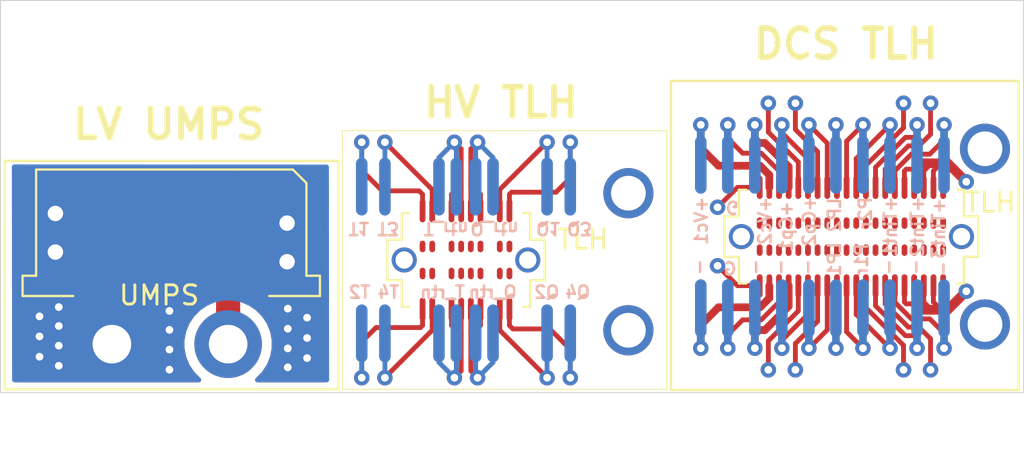
<source format=kicad_pcb>
(kicad_pcb (version 20171130) (host pcbnew "(5.1.4)-1")
  (title_block (title "Type-1 Termination Boards Final") (date 1/15/21) (rev v3) (company SCIPP) (comment 1 "Designed by Noah Peake"))
  (layers (0 F.Cu mixed) (1 InF.Cu power) (2 InB.Cu power) (31 B.Cu mixed) (34 B.Paste user) (35 F.Paste user) (36 B.SilkS user) (37 F.SilkS user) (38 B.Mask user) (39 F.Mask user) (44 Edge.Cuts user))
  (net 0 "")
  (net 1 GND)
  (net 2 /LV)
  (net 3 /return)
  (module SCIPP_Connectors:PEEK_screw (layer F.Cu) (at 47.93 25.27 90)
    (fp_text reference J20 hide)
    (fp_text value PEEK_screw hide)
    (pad 1 thru_hole circle (at 0 0 90) (size 2.6 2.6) (drill 1.8) (layers *.Cu *.Mask))
  )
  (module SCIPP_Connectors:19-1_TLH_HV (layer F.Cu) (at 39.52 28.73)
    (fp_text reference J11)
    (fp_text value TLH (at 6.06 -1.06) (layer F.SilkS))
    (fp_line (start -3.325 -2.425) (end -2.95 -2.425) (layer F.SilkS) (width 0.12))
    (fp_line (start -3.3 2.425) (end -3.325 2.425) (layer F.SilkS) (width 0.12))
    (fp_line (start 3.325 -2.425) (end 3.325 -1.05) (layer F.SilkS) (width 0.12))
    (fp_line (start 3.3 -2.425) (end 3.325 -2.425) (layer F.SilkS) (width 0.12))
    (fp_line (start 3.325 -1.05) (end 4.075 -1.05) (layer F.SilkS) (width 0.12))
    (fp_line (start -4.075 -1.05) (end -3.325 -1.05) (layer F.SilkS) (width 0.12))
    (fp_line (start 4.075 -1.05) (end 4.075 1.05) (layer F.SilkS) (width 0.12))
    (fp_line (start 3.325 1.05) (end 3.325 2.425) (layer F.SilkS) (width 0.12))
    (fp_line (start -3.325 1.05) (end -4.075 1.05) (layer F.SilkS) (width 0.12))
    (fp_line (start -3.325 2.425) (end -3.325 1.05) (layer F.SilkS) (width 0.12))
    (fp_line (start 3.325 2.425) (end 2.95 2.425) (layer F.SilkS) (width 0.12))
    (fp_line (start 2.95 -2.425) (end 3.3 -2.425) (layer F.SilkS) (width 0.12))
    (fp_line (start 4.075 1.05) (end 3.325 1.05) (layer F.SilkS) (width 0.12))
    (fp_line (start -4.075 1.05) (end -4.075 -1.05) (layer F.SilkS) (width 0.12))
    (fp_line (start -2.95 2.425) (end -3.3 2.425) (layer F.SilkS) (width 0.12))
    (fp_line (start -3.325 -1.05) (end -3.325 -2.425) (layer F.SilkS) (width 0.12))
    (pad 20 smd oval (at 2.25 2.55) (size 0.3 1.2) (layers F.Cu F.Paste F.Mask))
    (pad 19 smd oval (at 2.25 -2.55) (size 0.3 1.2) (layers F.Cu F.Paste F.Mask))
    (pad 18 smd oval (at 1.75 2.55) (size 0.3 1.2) (layers F.Cu F.Paste F.Mask))
    (pad 17 smd oval (at 1.75 -2.55) (size 0.3 1.2) (layers F.Cu F.Paste F.Mask))
    (pad 14 smd oval (at 0.75 2.55) (size 0.3 1.2) (layers F.Cu F.Paste F.Mask))
    (pad 13 smd oval (at 0.75 -2.55) (size 0.3 1.2) (layers F.Cu F.Paste F.Mask))
    (pad 12 smd oval (at 0.25 2.55) (size 0.3 1.2) (layers F.Cu F.Paste F.Mask))
    (pad 11 smd oval (at 0.25 -2.55) (size 0.3 1.2) (layers F.Cu F.Paste F.Mask))
    (pad 10 smd oval (at -0.25 2.55) (size 0.3 1.2) (layers F.Cu F.Paste F.Mask))
    (pad 9 smd oval (at -0.25 -2.55) (size 0.3 1.2) (layers F.Cu F.Paste F.Mask))
    (pad 8 smd oval (at -0.75 2.55) (size 0.3 1.2) (layers F.Cu F.Paste F.Mask))
    (pad 7 smd oval (at -0.75 -2.55) (size 0.3 1.2) (layers F.Cu F.Paste F.Mask))
    (pad 4 smd oval (at -1.75 2.55) (size 0.3 1.2) (layers F.Cu F.Paste F.Mask))
    (pad 3 smd oval (at -1.75 -2.55) (size 0.3 1.2) (layers F.Cu F.Paste F.Mask))
    (pad 2 smd oval (at -2.25 2.55) (size 0.3 1.2) (layers F.Cu F.Paste F.Mask))
    (pad 20 smd oval (at 2.25 0.7) (size 0.3 0.6) (layers F.Cu F.Paste F.Mask))
    (pad 19 smd oval (at 2.25 -0.7) (size 0.3 0.6) (layers F.Cu F.Paste F.Mask))
    (pad 18 smd oval (at 1.75 0.7) (size 0.3 0.6) (layers F.Cu F.Paste F.Mask))
    (pad 17 smd oval (at 1.75 -0.7) (size 0.3 0.6) (layers F.Cu F.Paste F.Mask))
    (pad 14 smd oval (at 0.75 0.7) (size 0.3 0.6) (layers F.Cu F.Paste F.Mask))
    (pad 13 smd oval (at 0.75 -0.7) (size 0.3 0.6) (layers F.Cu F.Paste F.Mask))
    (pad 12 smd oval (at 0.25 0.7) (size 0.3 0.6) (layers F.Cu F.Paste F.Mask))
    (pad 11 smd oval (at 0.25 -0.7) (size 0.3 0.6) (layers F.Cu F.Paste F.Mask))
    (pad 10 smd oval (at -0.25 0.7) (size 0.3 0.6) (layers F.Cu F.Paste F.Mask))
    (pad 9 smd oval (at -0.25 -0.7) (size 0.3 0.6) (layers F.Cu F.Paste F.Mask))
    (pad 8 smd oval (at -0.75 0.7) (size 0.3 0.6) (layers F.Cu F.Paste F.Mask))
    (pad 7 smd oval (at -0.75 -0.7) (size 0.3 0.6) (layers F.Cu F.Paste F.Mask))
    (pad 4 smd oval (at -1.75 0.7) (size 0.3 0.6) (layers F.Cu F.Paste F.Mask))
    (pad 3 smd oval (at -1.75 -0.7) (size 0.3 0.6) (layers F.Cu F.Paste F.Mask))
    (pad 2 smd oval (at -2.25 0.7) (size 0.3 0.6) (layers F.Cu F.Paste F.Mask))
    (pad 1 smd oval (at -2.25 -0.7) (size 0.3 0.6) (layers F.Cu F.Paste F.Mask))
    (pad 21 thru_hole circle (at -3.2 0) (size 1.3 1.3) (drill 0.9) (layers *.Cu *.Mask))
    (pad 1 smd oval (at -2.25 -2.55) (size 0.3 1.2) (layers F.Cu F.Paste F.Mask))
    (pad 22 thru_hole circle (at 3.2 0) (size 1.3 1.3) (drill 0.9) (layers *.Cu *.Mask))
  )
  (module "SCIPP_Connectors:TLH 20 Pin" (layer F.Cu) (at 59.48 27.52)
    (fp_text reference J12)
    (fp_text value TLH (at 7.2 -1.77) (layer F.SilkS))
    (fp_line (start -5.7985 2.424999) (end -5.8235 2.424999) (layer F.SilkS) (width 0.12))
    (fp_line (start -5.8235 -2.425001) (end -5.4485 -2.425001) (layer F.SilkS) (width 0.12))
    (fp_line (start -5.8235 -1.050001) (end -5.8235 -2.425001) (layer F.SilkS) (width 0.12))
    (fp_line (start -6.5735 -1.050001) (end -5.8235 -1.050001) (layer F.SilkS) (width 0.12))
    (fp_line (start -5.4485 2.424999) (end -5.7985 2.424999) (layer F.SilkS) (width 0.12))
    (fp_line (start -5.8235 2.424999) (end -5.8235 1.049999) (layer F.SilkS) (width 0.12))
    (fp_line (start -6.5735 1.049999) (end -6.5735 -1.050001) (layer F.SilkS) (width 0.12))
    (fp_line (start -5.8235 1.049999) (end -6.5735 1.049999) (layer F.SilkS) (width 0.12))
    (fp_line (start 5.8265 -2.425001) (end 5.8265 -1.050001) (layer F.SilkS) (width 0.12))
    (fp_line (start 5.8015 -2.425001) (end 5.8265 -2.425001) (layer F.SilkS) (width 0.12))
    (fp_line (start 5.4515 -2.425001) (end 5.8015 -2.425001) (layer F.SilkS) (width 0.12))
    (fp_line (start 6.5765 1.049999) (end 5.8265 1.049999) (layer F.SilkS) (width 0.12))
    (fp_line (start 5.8265 -1.050001) (end 6.5765 -1.050001) (layer F.SilkS) (width 0.12))
    (fp_line (start 6.5765 -1.050001) (end 6.5765 1.049999) (layer F.SilkS) (width 0.12))
    (fp_line (start 5.8265 1.049999) (end 5.8265 2.424999) (layer F.SilkS) (width 0.12))
    (fp_line (start 5.8265 2.424999) (end 5.4515 2.424999) (layer F.SilkS) (width 0.12))
    (pad 1 smd oval (at -4.7485 -0.700001) (size 0.3 0.6) (layers F.Cu F.Paste F.Mask))
    (pad 41 thru_hole circle (at -5.6985 -0.000001) (size 1.3 1.3) (drill 0.9) (layers *.Cu *.Mask) (net 1 GND))
    (pad 1 smd oval (at -4.7485 -2.550001) (size 0.3 1.2) (layers F.Cu F.Paste F.Mask) (net 1 GND))
    (pad 42 thru_hole circle (at 5.7015 -0.000001) (size 1.3 1.3) (drill 0.9) (layers *.Cu *.Mask) (net 1 GND))
    (pad 2 smd oval (at -4.7485 2.549999) (size 0.3 1.2) (layers F.Cu F.Paste F.Mask) (net 1 GND))
    (pad 3 smd oval (at -4.2485 -2.550001) (size 0.3 1.2) (layers F.Cu F.Paste F.Mask))
    (pad 4 smd oval (at -4.2485 2.549999) (size 0.3 1.2) (layers F.Cu F.Paste F.Mask))
    (pad 5 smd oval (at -3.7485 -2.550001) (size 0.3 1.2) (layers F.Cu F.Paste F.Mask) (net 1 GND))
    (pad 6 smd oval (at -3.7485 2.549999) (size 0.3 1.2) (layers F.Cu F.Paste F.Mask) (net 1 GND))
    (pad 7 smd oval (at -3.2485 -2.550001) (size 0.3 1.2) (layers F.Cu F.Paste F.Mask))
    (pad 8 smd oval (at -3.2485 2.549999) (size 0.3 1.2) (layers F.Cu F.Paste F.Mask))
    (pad 9 smd oval (at -2.7485 -2.550001) (size 0.3 1.2) (layers F.Cu F.Paste F.Mask) (net 1 GND))
    (pad 10 smd oval (at -2.7485 2.549999) (size 0.3 1.2) (layers F.Cu F.Paste F.Mask) (net 1 GND))
    (pad 11 smd oval (at -2.2485 -2.550001) (size 0.3 1.2) (layers F.Cu F.Paste F.Mask))
    (pad 12 smd oval (at -2.2485 2.549999) (size 0.3 1.2) (layers F.Cu F.Paste F.Mask))
    (pad 13 smd oval (at -1.7485 -2.550001) (size 0.3 1.2) (layers F.Cu F.Paste F.Mask) (net 1 GND))
    (pad 14 smd oval (at -1.7485 2.549999) (size 0.3 1.2) (layers F.Cu F.Paste F.Mask) (net 1 GND))
    (pad 15 smd oval (at -1.2485 -2.550001) (size 0.3 1.2) (layers F.Cu F.Paste F.Mask))
    (pad 16 smd oval (at -1.2485 2.549999) (size 0.3 1.2) (layers F.Cu F.Paste F.Mask))
    (pad 17 smd oval (at -0.7485 -2.550001) (size 0.3 1.2) (layers F.Cu F.Paste F.Mask))
    (pad 18 smd oval (at -0.7485 2.549999) (size 0.3 1.2) (layers F.Cu F.Paste F.Mask))
    (pad 19 smd oval (at -0.2485 -2.550001) (size 0.3 1.2) (layers F.Cu F.Paste F.Mask) (net 1 GND))
    (pad 20 smd oval (at -0.2485 2.549999) (size 0.3 1.2) (layers F.Cu F.Paste F.Mask) (net 1 GND))
    (pad 21 smd oval (at 0.2515 -2.550001) (size 0.3 1.2) (layers F.Cu F.Paste F.Mask))
    (pad 22 smd oval (at 0.2515 2.549999) (size 0.3 1.2) (layers F.Cu F.Paste F.Mask))
    (pad 23 smd oval (at 0.7515 -2.550001) (size 0.3 1.2) (layers F.Cu F.Paste F.Mask) (net 1 GND))
    (pad 24 smd oval (at 0.7515 2.549999) (size 0.3 1.2) (layers F.Cu F.Paste F.Mask) (net 1 GND))
    (pad 25 smd oval (at 1.2515 -2.550001) (size 0.3 1.2) (layers F.Cu F.Paste F.Mask))
    (pad 26 smd oval (at 1.2515 2.549999) (size 0.3 1.2) (layers F.Cu F.Paste F.Mask))
    (pad 27 smd oval (at 1.7515 -2.550001) (size 0.3 1.2) (layers F.Cu F.Paste F.Mask) (net 1 GND))
    (pad 28 smd oval (at 1.7515 2.549999) (size 0.3 1.2) (layers F.Cu F.Paste F.Mask) (net 1 GND))
    (pad 29 smd oval (at 2.2515 -2.550001) (size 0.3 1.2) (layers F.Cu F.Paste F.Mask))
    (pad 30 smd oval (at 2.2515 2.549999) (size 0.3 1.2) (layers F.Cu F.Paste F.Mask))
    (pad 31 smd oval (at 2.7515 -2.550001) (size 0.3 1.2) (layers F.Cu F.Paste F.Mask) (net 1 GND))
    (pad 32 smd oval (at 2.7515 2.549999) (size 0.3 1.2) (layers F.Cu F.Paste F.Mask) (net 1 GND))
    (pad 33 smd oval (at 3.2515 -2.550001) (size 0.3 1.2) (layers F.Cu F.Paste F.Mask) (net 1 GND))
    (pad 34 smd oval (at 3.2515 2.549999) (size 0.3 1.2) (layers F.Cu F.Paste F.Mask) (net 1 GND))
    (pad 35 smd oval (at 3.7515 -2.550001) (size 0.3 1.2) (layers F.Cu F.Paste F.Mask) (net 1 GND))
    (pad 36 smd oval (at 3.7515 2.549999) (size 0.3 1.2) (layers F.Cu F.Paste F.Mask) (net 1 GND))
    (pad 37 smd oval (at 4.2515 -2.550001) (size 0.3 1.2) (layers F.Cu F.Paste F.Mask) (net 1 GND))
    (pad 38 smd oval (at 4.2515 2.549999) (size 0.3 1.2) (layers F.Cu F.Paste F.Mask) (net 1 GND))
    (pad 39 smd oval (at 4.7515 -2.550001) (size 0.3 1.2) (layers F.Cu F.Paste F.Mask) (net 1 GND))
    (pad 40 smd oval (at 4.7515 2.549999) (size 0.3 1.2) (layers F.Cu F.Paste F.Mask) (net 1 GND))
    (pad 2 smd oval (at -4.7485 0.699999) (size 0.3 0.6) (layers F.Cu F.Paste F.Mask))
    (pad 3 smd oval (at -4.2485 -0.700001) (size 0.3 0.6) (layers F.Cu F.Paste F.Mask))
    (pad 4 smd oval (at -4.2485 0.699999) (size 0.3 0.6) (layers F.Cu F.Paste F.Mask))
    (pad 5 smd oval (at -3.7485 -0.700001) (size 0.3 0.6) (layers F.Cu F.Paste F.Mask))
    (pad 6 smd oval (at -3.7485 0.699999) (size 0.3 0.6) (layers F.Cu F.Paste F.Mask))
    (pad 7 smd oval (at -3.2485 -0.700001) (size 0.3 0.6) (layers F.Cu F.Paste F.Mask))
    (pad 8 smd oval (at -3.2485 0.699999) (size 0.3 0.6) (layers F.Cu F.Paste F.Mask))
    (pad 9 smd oval (at -2.7485 -0.700001) (size 0.3 0.6) (layers F.Cu F.Paste F.Mask))
    (pad 10 smd oval (at -2.7485 0.699999) (size 0.3 0.6) (layers F.Cu F.Paste F.Mask))
    (pad 11 smd oval (at -2.2485 -0.700001) (size 0.3 0.6) (layers F.Cu F.Paste F.Mask))
    (pad 12 smd oval (at -2.2485 0.699999) (size 0.3 0.6) (layers F.Cu F.Paste F.Mask))
    (pad 13 smd oval (at -1.7485 -0.700001) (size 0.3 0.6) (layers F.Cu F.Paste F.Mask))
    (pad 14 smd oval (at -1.7485 0.699999) (size 0.3 0.6) (layers F.Cu F.Paste F.Mask))
    (pad 15 smd oval (at -1.2485 -0.700001) (size 0.3 0.6) (layers F.Cu F.Paste F.Mask))
    (pad 16 smd oval (at -1.2485 0.699999) (size 0.3 0.6) (layers F.Cu F.Paste F.Mask))
    (pad 17 smd oval (at -0.7485 -0.700001) (size 0.3 0.6) (layers F.Cu F.Paste F.Mask))
    (pad 18 smd oval (at -0.7485 0.699999) (size 0.3 0.6) (layers F.Cu F.Paste F.Mask))
    (pad 19 smd oval (at -0.2485 -0.700001) (size 0.3 0.6) (layers F.Cu F.Paste F.Mask))
    (pad 20 smd oval (at -0.2485 0.699999) (size 0.3 0.6) (layers F.Cu F.Paste F.Mask))
    (pad 21 smd oval (at 0.2515 -0.700001) (size 0.3 0.6) (layers F.Cu F.Paste F.Mask))
    (pad 22 smd oval (at 0.2515 0.699999) (size 0.3 0.6) (layers F.Cu F.Paste F.Mask))
    (pad 23 smd oval (at 0.7515 -0.700001) (size 0.3 0.6) (layers F.Cu F.Paste F.Mask))
    (pad 24 smd oval (at 0.7515 0.699999) (size 0.3 0.6) (layers F.Cu F.Paste F.Mask))
    (pad 25 smd oval (at 1.2515 -0.700001) (size 0.3 0.6) (layers F.Cu F.Paste F.Mask))
    (pad 26 smd oval (at 1.2515 0.699999) (size 0.3 0.6) (layers F.Cu F.Paste F.Mask))
    (pad 27 smd oval (at 1.7515 -0.700001) (size 0.3 0.6) (layers F.Cu F.Paste F.Mask))
    (pad 28 smd oval (at 1.7515 0.699999) (size 0.3 0.6) (layers F.Cu F.Paste F.Mask))
    (pad 29 smd oval (at 2.2515 -0.700001) (size 0.3 0.6) (layers F.Cu F.Paste F.Mask))
    (pad 30 smd oval (at 2.2515 0.699999) (size 0.3 0.6) (layers F.Cu F.Paste F.Mask))
    (pad 31 smd oval (at 2.7515 -0.700001) (size 0.3 0.6) (layers F.Cu F.Paste F.Mask))
    (pad 32 smd oval (at 2.7515 0.699999) (size 0.3 0.6) (layers F.Cu F.Paste F.Mask))
    (pad 33 smd oval (at 3.2515 -0.700001) (size 0.3 0.6) (layers F.Cu F.Paste F.Mask))
    (pad 34 smd oval (at 3.2515 0.699999) (size 0.3 0.6) (layers F.Cu F.Paste F.Mask))
    (pad 35 smd oval (at 3.7515 -0.700001) (size 0.3 0.6) (layers F.Cu F.Paste F.Mask))
    (pad 36 smd oval (at 3.7515 0.699999) (size 0.3 0.6) (layers F.Cu F.Paste F.Mask))
    (pad 37 smd oval (at 4.2515 -0.700001) (size 0.3 0.6) (layers F.Cu F.Paste F.Mask))
    (pad 38 smd oval (at 4.2515 0.699999) (size 0.3 0.6) (layers F.Cu F.Paste F.Mask))
    (pad 39 smd oval (at 4.7515 -0.700001) (size 0.3 0.6) (layers F.Cu F.Paste F.Mask))
    (pad 40 smd oval (at 4.7515 0.699999) (size 0.3 0.6) (layers F.Cu F.Paste F.Mask))
  )
  (module SCIPP_Connectors:PEEK_screw (layer F.Cu) (at 66.4 32.07 90)
    (fp_text reference J23)
    (fp_text value PEEK_screw)
    (pad 44 thru_hole circle (at 0 0 90) (size 2.6 2.6) (drill 1.8) (layers *.Cu *.Mask) (net 1 GND))
  )
  (module SCIPP_Connectors:PEEK_screw (layer F.Cu) (at 66.4 22.97 90)
    (fp_text reference J22)
    (fp_text value PEEK_screw)
    (pad 43 thru_hole circle (at 0 0 90) (size 2.6 2.6) (drill 1.8) (layers *.Cu *.Mask) (net 1 GND))
  )
  (module SCIPP_Connectors:Pad_Array_2 (layer B.Cu) (at 57.08 23.8)
    (fp_text reference P2)
    (fp_text value Pad_Array_2)
    (pad 3 smd oval (at -5.4 0 270) (size 3 0.6) (layers B.Cu B.Paste B.Mask))
    (pad 5 smd oval (at -4 0 270) (size 3 0.6) (layers B.Cu B.Paste B.Mask) (net 1 GND))
    (pad 7 smd oval (at -2.6 0 270) (size 3 0.6) (layers B.Cu B.Paste B.Mask))
    (pad 11 smd oval (at -1.2 0 270) (size 3 0.6) (layers B.Cu B.Paste B.Mask))
    (pad 15 smd oval (at 0.2 0 270) (size 3 0.6) (layers B.Cu B.Paste B.Mask))
    (pad 17 smd oval (at 1.6 0 270) (size 3 0.6) (layers B.Cu B.Paste B.Mask))
    (pad 19 smd oval (at 3 0 270) (size 3 0.6) (layers B.Cu B.Paste B.Mask) (net 1 GND))
    (pad 21 smd oval (at 4.4 0 270) (size 3 0.6) (layers B.Cu B.Paste B.Mask))
    (pad 25 smd oval (at 5.8 0 270) (size 3 0.6) (layers B.Cu B.Paste B.Mask))
    (pad 29 smd oval (at 7.2 0 270) (size 3 0.6) (layers B.Cu B.Paste B.Mask))
  )
  (module SCIPP_Connectors:Pad_Array_2 (layer B.Cu) (at 57.08 31.23)
    (fp_text reference P1)
    (fp_text value Pad_Array_2)
    (pad 30 smd oval (at 7.2 0 270) (size 3 0.6) (layers B.Cu B.Paste B.Mask))
    (pad 26 smd oval (at 5.8 0 270) (size 3 0.6) (layers B.Cu B.Paste B.Mask))
    (pad 22 smd oval (at 4.4 0 270) (size 3 0.6) (layers B.Cu B.Paste B.Mask))
    (pad 20 smd oval (at 3 0 270) (size 3 0.6) (layers B.Cu B.Paste B.Mask) (net 1 GND))
    (pad 18 smd oval (at 1.6 0 270) (size 3 0.6) (layers B.Cu B.Paste B.Mask))
    (pad 16 smd oval (at 0.2 0 270) (size 3 0.6) (layers B.Cu B.Paste B.Mask))
    (pad 12 smd oval (at -1.2 0 270) (size 3 0.6) (layers B.Cu B.Paste B.Mask))
    (pad 8 smd oval (at -2.6 0 270) (size 3 0.6) (layers B.Cu B.Paste B.Mask))
    (pad 6 smd oval (at -4 0 270) (size 3 0.6) (layers B.Cu B.Paste B.Mask) (net 1 GND))
    (pad 4 smd oval (at -5.4 0 270) (size 3 0.6) (layers B.Cu B.Paste B.Mask))
  )
  (module SCIPP_Connectors:Pad_Array_2 (layer B.Cu) (at 39.52 24.93)
    (fp_text reference P4)
    (fp_text value Pad_Array_2)
    (pad 19 smd oval (at 5.4 0 270) (size 3 0.6) (layers B.Cu B.Paste B.Mask))
    (pad 17 smd oval (at 4.2 0 270) (size 3 0.6) (layers B.Cu B.Paste B.Mask))
    (pad 13 smd oval (at 1.4 0 270) (size 3 0.6) (layers B.Cu B.Paste B.Mask))
    (pad 11 smd oval (at 0.5 0 270) (size 3 0.6) (layers B.Cu B.Paste B.Mask))
    (pad 9 smd oval (at -0.5 0 270) (size 3 0.6) (layers B.Cu B.Paste B.Mask))
    (pad 7 smd oval (at -1.4 0 270) (size 3 0.6) (layers B.Cu B.Paste B.Mask))
    (pad 3 smd oval (at -4.2 0 270) (size 3 0.6) (layers B.Cu B.Paste B.Mask))
    (pad 1 smd oval (at -5.4 0 270) (size 3 0.6) (layers B.Cu B.Paste B.Mask))
  )
  (module SCIPP_Connectors:Pad_Array_2 (layer B.Cu) (at 39.52 32.53 180)
    (fp_text reference P3)
    (fp_text value Pad_Array_2)
    (pad 20 smd oval (at -5.4 0 90) (size 3 0.6) (layers B.Cu B.Paste B.Mask))
    (pad 18 smd oval (at -4.2 0 90) (size 3 0.6) (layers B.Cu B.Paste B.Mask))
    (pad 14 smd oval (at -1.4 0 90) (size 3 0.6) (layers B.Cu B.Paste B.Mask))
    (pad 12 smd oval (at -0.5 0 90) (size 3 0.6) (layers B.Cu B.Paste B.Mask))
    (pad 10 smd oval (at 0.5 0 90) (size 3 0.6) (layers B.Cu B.Paste B.Mask))
    (pad 8 smd oval (at 1.4 0 90) (size 3 0.6) (layers B.Cu B.Paste B.Mask))
    (pad 4 smd oval (at 4.2 0 90) (size 3 0.6) (layers B.Cu B.Paste B.Mask))
    (pad 2 smd oval (at 5.4 0 90) (size 3 0.6) (layers B.Cu B.Paste B.Mask))
  )
  (module SCIPP_Connectors:PEEK_screw (layer F.Cu) (at 47.93 32.37 90)
    (fp_text reference J21 hide)
    (fp_text value PEEK_screw hide)
    (pad 1 thru_hole circle (at 0 0 90) (size 2.6 2.6) (drill 1.8) (layers *.Cu *.Mask))
  )
  (module SCIPP_Connectors:14AWG_THT (layer F.Cu) (at 21.16 38.2)
    (fp_text reference J2)
    (fp_text value Conn_01x01_Female)
    (pad 1 thru_hole circle (at 6.04 -5.11) (size 3.5 3.5) (drill 2) (layers *.Cu *.Mask) (net 2 /LV))
  )
  (module SCIPP_Connectors:14AWG_THT (layer F.Cu) (at 21.18 33.09)
    (fp_text reference J3)
    (fp_text value Conn_01x01_Female)
    (pad 1 thru_hole circle (at 0 0) (size 3.5 3.5) (drill 2) (layers *.Cu *.Mask) (net 3 /return))
  )
  (module "SCIPP_Connectors:UMPS 5 Pin" (layer F.Cu) (at 24.24 27.32 180)
    (fp_text reference J10)
    (fp_text value UMPS (at 0.61 -3.24) (layer F.SilkS))
    (fp_line (start 7.0106 -2.225752) (end 6.9856 -2.225752) (layer F.SilkS) (width 0.12))
    (fp_line (start 7.6856 -2.225752) (end 7.0106 -2.225752) (layer F.SilkS) (width 0.12))
    (fp_line (start 6.9856 -2.225752) (end 6.9856 3.249248) (layer F.SilkS) (width 0.12))
    (fp_line (start 7.6856 -2.250752) (end 7.6856 -2.225752) (layer F.SilkS) (width 0.12))
    (fp_line (start 6.9856 3.274248) (end -3.2894 3.274248) (layer F.SilkS) (width 0.12))
    (fp_line (start 6.9856 3.249248) (end 6.9856 3.274248) (layer F.SilkS) (width 0.12))
    (fp_line (start 7.6606 -3.275752) (end 7.6856 -3.275752) (layer F.SilkS) (width 0.12))
    (fp_line (start 7.6606 -3.275752) (end 5.0606 -3.275752) (layer F.SilkS) (width 0.12))
    (fp_line (start 7.6856 -3.275752) (end 7.6856 -2.250752) (layer F.SilkS) (width 0.12))
    (fp_line (start -7.0144 -2.225752) (end -7.7144 -2.225752) (layer F.SilkS) (width 0.12))
    (fp_line (start -7.0144 2.574248) (end -6.3144 3.274248) (layer F.SilkS) (width 0.12))
    (fp_line (start -7.0144 -1.650752) (end -7.0144 2.574248) (layer F.SilkS) (width 0.12))
    (fp_line (start -7.7144 -2.225752) (end -7.7144 -3.275752) (layer F.SilkS) (width 0.12))
    (fp_line (start -7.7144 -3.275752) (end -5.0894 -3.275752) (layer F.SilkS) (width 0.12))
    (fp_line (start -7.0144 -1.650752) (end -7.0144 -2.225752) (layer F.SilkS) (width 0.12))
    (fp_line (start -6.3144 3.274248) (end -3.2894 3.274248) (layer F.SilkS) (width 0.12))
    (pad 3 smd oval (at -0.0144 -0.000752 180) (size 1.3 3.5) (layers F.Cu F.Paste F.Mask) (net 1 GND))
    (pad 4 smd oval (at 1.9856 -0.000752 180) (size 1.3 3.5) (layers F.Cu F.Paste F.Mask) (net 3 /return))
    (pad 9 thru_hole circle (at 5.9856 0.999248 180) (size 1.6 1.6) (drill 0.8) (layers *.Cu *.Mask) (net 3 /return))
    (pad 5 smd oval (at 3.9856 -0.000752 180) (size 1.3 3.5) (layers F.Cu F.Paste F.Mask) (net 3 /return))
    (pad 2 smd oval (at -2.0144 -0.000752 180) (size 1.3 3.5) (layers F.Cu F.Paste F.Mask) (net 2 /LV))
    (pad 8 thru_hole circle (at 5.9856 -1.000752 180) (size 1.6 1.6) (drill 0.8) (layers *.Cu *.Mask) (net 3 /return))
    (pad 7 thru_hole circle (at -6.0144 0.499248 180) (size 1.6 1.6) (drill 0.8) (layers *.Cu *.Mask) (net 3 /return))
    (pad 6 thru_hole circle (at -6.0144 -1.500752 180) (size 1.6 1.6) (drill 0.8) (layers *.Cu *.Mask) (net 3 /return))
    (pad 1 smd oval (at -4.0144 -0.000752 180) (size 1.3 3.5) (layers F.Cu F.Paste F.Mask) (net 2 /LV))
  )
  (gr_text - (at 64.2 29.2 90) (layer B.SilkS) (effects (font (size 0.635 0.635) (thickness 0.127)) (justify mirror)))
  (gr_text - (at 62.8 29.1 90) (layer B.SilkS) (effects (font (size 0.635 0.635) (thickness 0.127)) (justify mirror)))
  (gr_text +Tint3 (at 64 27.1 90) (layer B.SilkS) (effects (font (size 0.635 0.635) (thickness 0.127)) (justify mirror)))
  (gr_text +Tint2 (at 62.9 27 90) (layer B.SilkS) (effects (font (size 0.635 0.635) (thickness 0.127)) (justify mirror)))
  (gr_text - (at 61.4 29.1 90) (layer B.SilkS) (effects (font (size 0.635 0.635) (thickness 0.127)) (justify mirror)))
  (gr_text - (at 57.2 29.1 90) (layer B.SilkS) (effects (font (size 0.635 0.635) (thickness 0.127)) (justify mirror)))
  (gr_text - (at 55.8 29.1 90) (layer B.SilkS) (effects (font (size 0.635 0.635) (thickness 0.127)) (justify mirror)))
  (gr_text - (at 54.5 29.1 90) (layer B.SilkS) (effects (font (size 0.635 0.635) (thickness 0.127)) (justify mirror)))
  (gr_text G (at 53.2 29.2) (layer B.SilkS) (effects (font (size 0.635 0.635) (thickness 0.127)) (justify mirror)))
  (gr_text T1 (at 34 27.1 180) (layer B.SilkS) (effects (font (size 0.635 0.635) (thickness 0.127)) (justify mirror)))
  (gr_text T3 (at 35.5 27.1 180) (layer B.SilkS) (effects (font (size 0.635 0.635) (thickness 0.127)) (justify mirror)))
  (gr_text T4 (at 35.5 30.4) (layer B.SilkS) (effects (font (size 0.635 0.635) (thickness 0.127)) (justify mirror)))
  (gr_text T2 (at 34 30.4) (layer B.SilkS) (effects (font (size 0.635 0.635) (thickness 0.127)) (justify mirror)))
  (gr_text Q4 (at 45.3 30.4) (layer B.SilkS) (effects (font (size 0.635 0.635) (thickness 0.127)) (justify mirror)))
  (gr_text Q2 (at 43.7 30.4) (layer B.SilkS) (effects (font (size 0.635 0.635) (thickness 0.127)) (justify mirror)))
  (gr_text Q3 (at 45.4 27.1 180) (layer B.SilkS) (effects (font (size 0.635 0.635) (thickness 0.127)) (justify mirror)))
  (gr_text Q1 (at 43.8 27.1 180) (layer B.SilkS) (effects (font (size 0.635 0.635) (thickness 0.127)) (justify mirror)))
  (gr_text Q_rtn (at 40.9 30.4) (layer B.SilkS) (effects (font (size 0.635 0.635) (thickness 0.127)) (justify mirror)))
  (gr_text Q_rtn (at 41 27.1 180) (layer B.SilkS) (effects (font (size 0.635 0.635) (thickness 0.127)) (justify mirror)))
  (gr_text T_rtn (at 38.3 30.4) (layer B.SilkS) (effects (font (size 0.635 0.635) (thickness 0.127)) (justify mirror)))
  (gr_text T_rtn (at 38.5 27.1 180) (layer B.SilkS) (effects (font (size 0.635 0.635) (thickness 0.127)) (justify mirror)))
  (gr_text P2r (at 60.2 26.3 90) (layer B.SilkS) (effects (font (size 0.635 0.635) (thickness 0.127)) (justify mirror)))
  (gr_text G (at 53.3 26 180) (layer B.SilkS) (effects (font (size 0.635 0.635) (thickness 0.127)) (justify mirror)))
  (gr_text +Cp2 (at 57.3 26.7 90) (layer B.SilkS) (effects (font (size 0.635 0.635) (thickness 0.127)) (justify mirror)))
  (gr_text - (at 51.6 29.1 90) (layer B.SilkS) (effects (font (size 0.635 0.635) (thickness 0.127)) (justify mirror)))
  (gr_text +Vc1 (at 51.7 26.7 90) (layer B.SilkS) (effects (font (size 0.635 0.635) (thickness 0.127)) (justify mirror)))
  (gr_text LP1 (at 58.6 28.7 90) (layer B.SilkS) (effects (font (size 0.635 0.635) (thickness 0.127)) (justify mirror)))
  (gr_text +Vc2 (at 55 26.7 90) (layer B.SilkS) (effects (font (size 0.635 0.635) (thickness 0.127)) (justify mirror)))
  (gr_text +Cp1 (at 56.1 27 90) (layer B.SilkS) (effects (font (size 0.635 0.635) (thickness 0.127)) (justify mirror)))
  (gr_text +Tint1 (at 61.5 27 90) (layer B.SilkS) (effects (font (size 0.635 0.635) (thickness 0.127)) (justify mirror)))
  (gr_text LP2 (at 58.6 26.4 90) (layer B.SilkS) (effects (font (size 0.635 0.635) (thickness 0.127)) (justify mirror)))
  (gr_line (start 50.14 35.46) (end 68.14 35.46) (layer F.SilkS) (width 0.12))
  (gr_line (start 68.14 19.46) (end 68.14 35.46) (layer F.SilkS) (width 0.12))
  (gr_line (start 50.14 35.46) (end 50.14 19.46) (layer F.SilkS) (width 0.12))
  (gr_line (start 50.14 19.46) (end 68.14 19.46) (layer F.SilkS) (width 0.12))
  (gr_text P1r (at 60 28.7 90) (layer B.SilkS) (effects (font (size 0.635 0.635) (thickness 0.127)) (justify mirror)))
  (gr_line (start 15.41 35.6) (end 15.41 15.29) (layer Edge.Cuts) (width 0.05))
  (gr_line (start 68.4 15.29) (end 15.41 15.29) (layer Edge.Cuts) (width 0.05))
  (gr_line (start 68.4 35.6) (end 68.4 15.29) (layer Edge.Cuts) (width 0.05))
  (gr_line (start 15.41 35.6) (end 68.4 35.6) (layer Edge.Cuts) (width 0.05))
  (gr_line (start 15.62 35.43) (end 15.62 23.6) (layer F.SilkS) (width 0.12))
  (gr_line (start 32.91 23.6) (end 32.91 35.43) (layer F.SilkS) (width 0.12))
  (gr_line (start 15.62 23.6) (end 32.91 23.6) (layer F.SilkS) (width 0.12))
  (gr_line (start 32.91 35.43) (end 15.62 35.43) (layer F.SilkS) (width 0.12))
  (gr_text "DCS TLH" (at 59.2 17.54) (layer F.SilkS) (effects (font (size 1.5 1.5) (thickness 0.3))))
  (gr_text "HV TLH" (at 41.33 20.58) (layer F.SilkS) (effects (font (size 1.5 1.5) (thickness 0.3))))
  (gr_text "LV UMPS" (at 24.12 21.7) (layer F.SilkS) (effects (font (size 1.5 1.5) (thickness 0.3))))
  (gr_line (start 33.12 22.03) (end 49.92 22.03) (layer F.SilkS) (width 0.05))
  (gr_line (start 33.12 35.43) (end 33.12 22.03) (layer F.SilkS) (width 0.05))
  (gr_line (start 49.92 22.03) (end 49.92 35.43) (layer F.SilkS) (width 0.05))
  (gr_line (start 33.12 35.43) (end 49.92 35.43) (layer F.SilkS) (width 0.05))
  (via (at 43.72 22.63) (size 0.8) (drill 0.4) (layers F.Cu B.Cu) (net 0))
  (via (at 34.12 22.63) (size 0.8) (drill 0.4) (layers F.Cu B.Cu) (net 0))
  (via (at 40.12 22.63) (size 0.8) (drill 0.4) (layers F.Cu B.Cu) (net 0))
  (via (at 35.32 22.63) (size 0.8) (drill 0.4) (layers F.Cu B.Cu) (net 0))
  (via (at 38.92 22.63) (size 0.8) (drill 0.4) (layers F.Cu B.Cu) (net 0))
  (via (at 40.12 34.83) (size 0.8) (drill 0.4) (layers F.Cu B.Cu) (net 0))
  (via (at 34.12 34.83) (size 0.8) (drill 0.4) (layers F.Cu B.Cu) (net 0))
  (via (at 44.92 34.83) (size 0.8) (drill 0.4) (layers F.Cu B.Cu) (net 0))
  (via (at 44.92 22.63) (size 0.8) (drill 0.4) (layers F.Cu B.Cu) (net 0))
  (via (at 38.92 34.83) (size 0.8) (drill 0.4) (layers F.Cu B.Cu) (net 0))
  (via (at 43.72 34.83) (size 0.8) (drill 0.4) (layers F.Cu B.Cu) (net 0))
  (via (at 35.32 34.83) (size 0.8) (drill 0.4) (layers F.Cu B.Cu) (net 0))
  (segment (start 39.27 34.47) (end 38.92 34.82) (width 0.25) (layer F.Cu) (net 0))
  (segment (start 41.77 32.12) (end 41.95 32.3) (width 0.25) (layer F.Cu) (net 0))
  (segment (start 39.77 24.83) (end 39.77 24.78) (width 0.25) (layer F.Cu) (net 0))
  (segment (start 34.12 24.93) (end 34.12 22.63) (width 0.25) (layer B.Cu) (net 0))
  (segment (start 40.02 22.73) (end 40.12 22.63) (width 0.25) (layer B.Cu) (net 0))
  (segment (start 34.12 24.09) (end 34.12 22.63) (width 0.25) (layer F.Cu) (net 0))
  (segment (start 39.77 26.18) (end 39.77 24.78) (width 0.25) (layer F.Cu) (net 0))
  (segment (start 39.22 24.88) (end 39.27 24.88) (width 0.25) (layer F.Cu) (net 0))
  (segment (start 38.520001 23.029999) (end 38.92 22.63) (width 0.25) (layer B.Cu) (net 0))
  (segment (start 41.88 25.22) (end 44.18 25.22) (width 0.25) (layer F.Cu) (net 0))
  (segment (start 43.72 24.93) (end 43.72 22.63) (width 0.25) (layer B.Cu) (net 0))
  (segment (start 39.27 26.18) (end 39.27 24.88) (width 0.25) (layer F.Cu) (net 0))
  (segment (start 39.77 22.98) (end 40.12 22.63) (width 0.25) (layer F.Cu) (net 0))
  (segment (start 39.77 24.78) (end 39.77 22.98) (width 0.25) (layer F.Cu) (net 0))
  (segment (start 38.12 24.93) (end 38.12 23.43) (width 0.25) (layer B.Cu) (net 0))
  (segment (start 39.27 24.88) (end 39.27 22.98) (width 0.25) (layer F.Cu) (net 0))
  (segment (start 35.18 25.15) (end 34.12 24.09) (width 0.25) (layer F.Cu) (net 0))
  (segment (start 38.12 32.53) (end 38.12 34.03) (width 0.25) (layer B.Cu) (net 0))
  (segment (start 40.27 26.18) (end 40.27 25.33) (width 0.25) (layer F.Cu) (net 0))
  (segment (start 44.92 24.93) (end 44.92 22.63) (width 0.25) (layer B.Cu) (net 0))
  (segment (start 37.27 25.33) (end 37.09 25.15) (width 0.25) (layer F.Cu) (net 0))
  (segment (start 41.77 26.18) (end 41.77 25.33) (width 0.25) (layer F.Cu) (net 0))
  (segment (start 41.27 25.08) (end 43.72 22.63) (width 0.25) (layer F.Cu) (net 0))
  (segment (start 39.02 22.73) (end 38.92 22.63) (width 0.25) (layer B.Cu) (net 0))
  (segment (start 41.77 25.33) (end 41.88 25.22) (width 0.25) (layer F.Cu) (net 0))
  (segment (start 35.32 32.53) (end 35.32 34.83) (width 0.25) (layer B.Cu) (net 0))
  (segment (start 40.02 24.93) (end 40.02 22.73) (width 0.25) (layer B.Cu) (net 0))
  (segment (start 38.77 26.18) (end 38.77 25.33) (width 0.25) (layer F.Cu) (net 0))
  (segment (start 38.77 25.33) (end 39.22 24.88) (width 0.25) (layer F.Cu) (net 0))
  (segment (start 37.77 25.08) (end 35.32 22.63) (width 0.25) (layer F.Cu) (net 0))
  (segment (start 39.02 24.93) (end 39.02 22.73) (width 0.25) (layer B.Cu) (net 0))
  (segment (start 40.92 23.43) (end 40.519999 23.029999) (width 0.25) (layer B.Cu) (net 0))
  (segment (start 39.27 22.98) (end 38.92 22.63) (width 0.25) (layer F.Cu) (net 0))
  (segment (start 37.27 26.18) (end 37.27 25.33) (width 0.25) (layer F.Cu) (net 0))
  (segment (start 37.77 26.18) (end 37.77 25.08) (width 0.25) (layer F.Cu) (net 0))
  (segment (start 40.92 24.93) (end 40.92 23.43) (width 0.25) (layer B.Cu) (net 0))
  (segment (start 44.92 24.48) (end 44.92 22.63) (width 0.25) (layer F.Cu) (net 0))
  (segment (start 40.27 25.33) (end 39.77 24.83) (width 0.25) (layer F.Cu) (net 0))
  (segment (start 37.09 25.15) (end 35.18 25.15) (width 0.25) (layer F.Cu) (net 0))
  (segment (start 38.520001 34.430001) (end 38.92 34.83) (width 0.25) (layer B.Cu) (net 0))
  (segment (start 38.12 23.43) (end 38.520001 23.029999) (width 0.25) (layer B.Cu) (net 0))
  (segment (start 40.519999 23.029999) (end 40.12 22.63) (width 0.25) (layer B.Cu) (net 0))
  (segment (start 38.12 34.03) (end 38.520001 34.430001) (width 0.25) (layer B.Cu) (net 0))
  (segment (start 41.27 26.18) (end 41.27 25.08) (width 0.25) (layer F.Cu) (net 0))
  (segment (start 34.12 32.53) (end 34.12 34.83) (width 0.25) (layer B.Cu) (net 0))
  (segment (start 41.77 31.27) (end 41.77 32.12) (width 0.25) (layer F.Cu) (net 0))
  (segment (start 39.27 32.62) (end 39.27 32.67) (width 0.25) (layer F.Cu) (net 0))
  (segment (start 40.92 34.03) (end 40.519999 34.430001) (width 0.25) (layer B.Cu) (net 0))
  (segment (start 40.27 32.12) (end 39.82 32.57) (width 0.25) (layer F.Cu) (net 0))
  (segment (start 39.02 32.53) (end 39.02 34.73) (width 0.25) (layer B.Cu) (net 0))
  (segment (start 43.86 32.3) (end 44.92 33.36) (width 0.25) (layer F.Cu) (net 0))
  (segment (start 39.77 34.47) (end 40.12 34.82) (width 0.25) (layer F.Cu) (net 0))
  (segment (start 43.72 32.53) (end 43.72 34.83) (width 0.25) (layer B.Cu) (net 0))
  (segment (start 39.77 32.57) (end 39.77 34.47) (width 0.25) (layer F.Cu) (net 0))
  (segment (start 34.86 32.23) (end 34.12 32.97) (width 0.25) (layer F.Cu) (net 0))
  (segment (start 40.27 31.27) (end 40.27 32.12) (width 0.25) (layer F.Cu) (net 0))
  (segment (start 38.77 31.27) (end 38.77 32.12) (width 0.25) (layer F.Cu) (net 0))
  (segment (start 38.77 32.12) (end 39.27 32.62) (width 0.25) (layer F.Cu) (net 0))
  (segment (start 40.02 34.73) (end 40.12 34.83) (width 0.25) (layer B.Cu) (net 0))
  (segment (start 44.18 25.22) (end 44.92 24.48) (width 0.25) (layer F.Cu) (net 0))
  (segment (start 37.27 31.27) (end 37.27 32.12) (width 0.25) (layer F.Cu) (net 0))
  (segment (start 40.02 32.53) (end 40.02 34.73) (width 0.25) (layer B.Cu) (net 0))
  (segment (start 35.32 24.93) (end 35.32 22.63) (width 0.25) (layer B.Cu) (net 0))
  (segment (start 41.27 31.27) (end 41.27 32.37) (width 0.25) (layer F.Cu) (net 0))
  (segment (start 39.02 34.73) (end 38.92 34.83) (width 0.25) (layer B.Cu) (net 0))
  (segment (start 39.27 31.27) (end 39.27 32.67) (width 0.25) (layer F.Cu) (net 0))
  (segment (start 44.92 32.53) (end 44.92 34.83) (width 0.25) (layer B.Cu) (net 0))
  (segment (start 37.27 32.12) (end 37.16 32.23) (width 0.25) (layer F.Cu) (net 0))
  (segment (start 39.27 32.67) (end 39.27 34.47) (width 0.25) (layer F.Cu) (net 0))
  (segment (start 37.16 32.23) (end 34.86 32.23) (width 0.25) (layer F.Cu) (net 0))
  (segment (start 37.77 32.37) (end 35.32 34.82) (width 0.25) (layer F.Cu) (net 0))
  (segment (start 44.92 33.36) (end 44.92 34.82) (width 0.25) (layer F.Cu) (net 0))
  (segment (start 39.82 32.57) (end 39.77 32.57) (width 0.25) (layer F.Cu) (net 0))
  (segment (start 40.519999 34.430001) (end 40.12 34.83) (width 0.25) (layer B.Cu) (net 0))
  (segment (start 34.12 32.97) (end 34.12 34.82) (width 0.25) (layer F.Cu) (net 0))
  (segment (start 39.77 31.27) (end 39.77 32.57) (width 0.25) (layer F.Cu) (net 0))
  (segment (start 41.95 32.3) (end 43.86 32.3) (width 0.25) (layer F.Cu) (net 0))
  (segment (start 41.27 32.37) (end 43.72 34.82) (width 0.25) (layer F.Cu) (net 0))
  (segment (start 40.92 32.53) (end 40.92 34.03) (width 0.25) (layer B.Cu) (net 0))
  (segment (start 37.77 31.27) (end 37.77 32.37) (width 0.25) (layer F.Cu) (net 0))
  (via (at 61.48 21.73) (size 0.8) (drill 0.4) (layers F.Cu B.Cu) (net 0))
  (via (at 55.88 21.73) (size 0.8) (drill 0.4) (layers F.Cu B.Cu) (net 0))
  (via (at 62.88 21.73) (size 0.8) (drill 0.4) (layers F.Cu B.Cu) (net 0))
  (via (at 54.48 21.73) (size 0.8) (drill 0.4) (layers F.Cu B.Cu) (net 0))
  (via (at 57.28 21.73) (size 0.8) (drill 0.4) (layers F.Cu B.Cu) (net 0))
  (via (at 64.28 21.73) (size 0.8) (drill 0.4) (layers F.Cu B.Cu) (net 0))
  (via (at 58.68 21.73) (size 0.8) (drill 0.4) (layers F.Cu B.Cu) (net 0))
  (via (at 51.68 21.73) (size 0.8) (drill 0.4) (layers F.Cu B.Cu) (net 0))
  (via (at 61.48 33.3) (size 0.8) (drill 0.4) (layers F.Cu B.Cu) (net 0))
  (via (at 62.88 33.3) (size 0.8) (drill 0.4) (layers F.Cu B.Cu) (net 0))
  (via (at 51.68 33.3) (size 0.8) (drill 0.4) (layers F.Cu B.Cu) (net 0))
  (via (at 57.28 33.3) (size 0.8) (drill 0.4) (layers F.Cu B.Cu) (net 0))
  (via (at 64.28 33.3) (size 0.8) (drill 0.4) (layers F.Cu B.Cu) (net 0))
  (via (at 58.68 33.3) (size 0.8) (drill 0.4) (layers F.Cu B.Cu) (net 0))
  (via (at 54.48 33.3) (size 0.8) (drill 0.4) (layers F.Cu B.Cu) (net 0))
  (via (at 55.88 33.3) (size 0.8) (drill 0.4) (layers F.Cu B.Cu) (net 0))
  (segment (start 57.28 21.73) (end 57.28 23.8) (width 0.4) (layer B.Cu) (net 0))
  (segment (start 54.48 21.73) (end 54.48 23.8) (width 0.4) (layer B.Cu) (net 0))
  (segment (start 63.54 23.25) (end 64.28 22.51) (width 0.25) (layer F.Cu) (net 0))
  (segment (start 51.68 21.73) (end 51.68 23.8) (width 0.4) (layer B.Cu) (net 0))
  (segment (start 58.7315 24.969999) (end 58.7315 22.3615) (width 0.25) (layer F.Cu) (net 0))
  (segment (start 61.7315 24.969999) (end 61.7315 24.1085) (width 0.25) (layer F.Cu) (net 0))
  (segment (start 61.7315 24.1085) (end 62.59 23.25) (width 0.25) (layer F.Cu) (net 0))
  (segment (start 62.59 23.25) (end 63.54 23.25) (width 0.25) (layer F.Cu) (net 0))
  (segment (start 62.88 21.73) (end 62.88 23.8) (width 0.4) (layer B.Cu) (net 0))
  (segment (start 55 22.67) (end 54.7 22.67) (width 0.4) (layer F.Cu) (net 0))
  (segment (start 56.2315 24.969999) (end 56.2315 23.9015) (width 0.4) (layer F.Cu) (net 0))
  (segment (start 54.7 22.67) (end 54.48 22.45) (width 0.4) (layer F.Cu) (net 0))
  (segment (start 54.48 22.45) (end 54.48 21.73) (width 0.4) (layer F.Cu) (net 0))
  (segment (start 56.2315 23.9015) (end 55 22.67) (width 0.4) (layer F.Cu) (net 0))
  (segment (start 57.2315 24.969999) (end 57.2315 23.4915) (width 0.25) (layer F.Cu) (net 0))
  (segment (start 57.2315 23.4915) (end 55.88 22.14) (width 0.25) (layer F.Cu) (net 0))
  (segment (start 55.88 21.73) (end 55.88 23.8) (width 0.4) (layer B.Cu) (net 0))
  (segment (start 58.68 21.73) (end 58.68 23.8) (width 0.4) (layer B.Cu) (net 0))
  (segment (start 61.48 21.73) (end 61.48 23.8) (width 0.4) (layer B.Cu) (net 0))
  (segment (start 64.28 21.73) (end 64.28 23.8) (width 0.4) (layer B.Cu) (net 0))
  (segment (start 57.28 33.3) (end 57.28 31.23) (width 0.4) (layer B.Cu) (net 0))
  (segment (start 54.48 33.3) (end 54.48 31.23) (width 0.4) (layer B.Cu) (net 0))
  (segment (start 63.54 31.78) (end 64.28 32.52) (width 0.25) (layer F.Cu) (net 0))
  (segment (start 62.59 31.78) (end 63.54 31.78) (width 0.25) (layer F.Cu) (net 0))
  (segment (start 61.7315 30.9215) (end 62.59 31.78) (width 0.25) (layer F.Cu) (net 0))
  (segment (start 58.7315 30.060001) (end 58.7315 32.6685) (width 0.25) (layer F.Cu) (net 0))
  (segment (start 61.7315 30.060001) (end 61.7315 30.9215) (width 0.25) (layer F.Cu) (net 0))
  (segment (start 56.2315 30.060001) (end 56.2315 31.1285) (width 0.4) (layer F.Cu) (net 0))
  (segment (start 54.7 32.36) (end 54.48 32.58) (width 0.4) (layer F.Cu) (net 0))
  (segment (start 54.48 32.58) (end 54.48 33.3) (width 0.4) (layer F.Cu) (net 0))
  (segment (start 56.2315 31.1285) (end 55 32.36) (width 0.4) (layer F.Cu) (net 0))
  (segment (start 55 32.36) (end 54.7 32.36) (width 0.4) (layer F.Cu) (net 0))
  (segment (start 51.68 33.3) (end 51.68 31.23) (width 0.4) (layer B.Cu) (net 0))
  (segment (start 62.88 33.3) (end 62.88 31.23) (width 0.4) (layer B.Cu) (net 0))
  (segment (start 61.48 33.3) (end 61.48 31.23) (width 0.4) (layer B.Cu) (net 0))
  (segment (start 58.2315 32.3485) (end 57.28 33.3) (width 0.25) (layer F.Cu) (net 0))
  (segment (start 54.75 31.18) (end 52.6 31.18) (width 0.4) (layer F.Cu) (net 0))
  (segment (start 59.7315 31.5515) (end 61.48 33.3) (width 0.25) (layer F.Cu) (net 0))
  (segment (start 57.2315 30.060001) (end 57.2315 31.5385) (width 0.25) (layer F.Cu) (net 0))
  (segment (start 60.7315 30.060001) (end 60.7315 31.1015) (width 0.25) (layer F.Cu) (net 0))
  (segment (start 62.81 32.65) (end 62.88 32.72) (width 0.25) (layer F.Cu) (net 0))
  (segment (start 62.28 32.65) (end 62.81 32.65) (width 0.25) (layer F.Cu) (net 0))
  (segment (start 55.2285 30.059999) (end 55.2285 30.7015) (width 0.4) (layer F.Cu) (net 0))
  (segment (start 52.6 31.18) (end 51.68 32.1) (width 0.4) (layer F.Cu) (net 0))
  (segment (start 58.68 33.3) (end 58.68 31.23) (width 0.4) (layer B.Cu) (net 0))
  (segment (start 64.28 33.3) (end 64.28 31.23) (width 0.4) (layer B.Cu) (net 0))
  (segment (start 58.68 32.72) (end 58.68 33.3) (width 0.25) (layer F.Cu) (net 0))
  (segment (start 62.88 32.72) (end 62.88 33.3) (width 0.25) (layer F.Cu) (net 0))
  (segment (start 64.28 32.52) (end 64.28 33.3) (width 0.25) (layer F.Cu) (net 0))
  (segment (start 51.68 32.1) (end 51.68 33.3) (width 0.4) (layer F.Cu) (net 0))
  (segment (start 59.7315 30.060001) (end 59.7315 31.5515) (width 0.25) (layer F.Cu) (net 0))
  (segment (start 58.2315 30.060001) (end 58.2315 32.3485) (width 0.25) (layer F.Cu) (net 0))
  (segment (start 60.7315 31.1015) (end 62.28 32.65) (width 0.25) (layer F.Cu) (net 0))
  (segment (start 55.88 33.3) (end 55.88 31.23) (width 0.4) (layer B.Cu) (net 0))
  (segment (start 57.2315 31.5385) (end 55.88 32.89) (width 0.25) (layer F.Cu) (net 0))
  (segment (start 58.7315 32.6685) (end 58.68 32.72) (width 0.25) (layer F.Cu) (net 0))
  (segment (start 55.2285 30.7015) (end 54.75 31.18) (width 0.4) (layer F.Cu) (net 0))
  (segment (start 55.2285 24.3285) (end 54.75 23.85) (width 0.4) (layer F.Cu) (net 0))
  (segment (start 55.2285 24.970001) (end 55.2285 24.3285) (width 0.4) (layer F.Cu) (net 0))
  (segment (start 52.6 23.85) (end 51.68 22.93) (width 0.4) (layer F.Cu) (net 0))
  (segment (start 51.68 22.93) (end 51.68 21.73) (width 0.4) (layer F.Cu) (net 0))
  (segment (start 54.75 23.85) (end 52.6 23.85) (width 0.4) (layer F.Cu) (net 0))
  (segment (start 64.28 22.51) (end 64.28 21.73) (width 0.25) (layer F.Cu) (net 0))
  (segment (start 58.68 22.31) (end 58.68 21.73) (width 0.25) (layer F.Cu) (net 0))
  (segment (start 58.7315 22.3615) (end 58.68 22.31) (width 0.25) (layer F.Cu) (net 0))
  (segment (start 58.2315 22.6815) (end 57.28 21.73) (width 0.25) (layer F.Cu) (net 0))
  (segment (start 58.2315 24.969999) (end 58.2315 22.6815) (width 0.25) (layer F.Cu) (net 0))
  (segment (start 59.7315 24.969999) (end 59.7315 23.4785) (width 0.25) (layer F.Cu) (net 0))
  (segment (start 60.7315 24.969999) (end 60.7315 23.9285) (width 0.25) (layer F.Cu) (net 0))
  (segment (start 60.7315 23.9285) (end 62.28 22.38) (width 0.25) (layer F.Cu) (net 0))
  (segment (start 62.81 22.38) (end 62.88 22.31) (width 0.25) (layer F.Cu) (net 0))
  (segment (start 62.88 22.31) (end 62.88 21.73) (width 0.25) (layer F.Cu) (net 0))
  (segment (start 59.7315 23.4785) (end 61.48 21.73) (width 0.25) (layer F.Cu) (net 0))
  (segment (start 62.28 22.38) (end 62.81 22.38) (width 0.25) (layer F.Cu) (net 0))
  (via (at 62.18 20.61) (size 0.8) (drill 0.4) (layers F.Cu B.Cu) (net 1))
  (via (at 63.58 20.61) (size 0.8) (drill 0.4) (layers F.Cu B.Cu) (net 1))
  (via (at 56.58 20.61) (size 0.8) (drill 0.4) (layers F.Cu B.Cu) (net 1))
  (via (at 55.18 20.61) (size 0.8) (drill 0.4) (layers F.Cu B.Cu) (net 1))
  (via (at 60.08 21.73) (size 0.8) (drill 0.4) (layers F.Cu B.Cu) (net 1))
  (via (at 53.08 21.73) (size 0.8) (drill 0.4) (layers F.Cu B.Cu) (net 1))
  (segment (start 53.579999 24.970001) (end 52.55 26) (width 0.25) (layer F.Cu) (net 1))
  (segment (start 55.7315 24.969999) (end 55.7315 24.119999) (width 0.25) (layer F.Cu) (net 1))
  (segment (start 63.7285 24.970001) (end 63.7285 24.120001) (width 0.25) (layer F.Cu) (net 1))
  (segment (start 63.960001 23.8885) (end 63.960001 23.719999) (width 0.25) (layer F.Cu) (net 1))
  (segment (start 54.7285 24.970001) (end 53.579999 24.970001) (width 0.25) (layer F.Cu) (net 1))
  (segment (start 62.2285 24.120001) (end 62.318501 24.03) (width 0.25) (layer F.Cu) (net 1))
  (segment (start 63.429999 23.918502) (end 63.429999 23.719999) (width 0.25) (layer F.Cu) (net 1))
  (segment (start 62.84 24.03) (end 63.150001 23.719999) (width 0.25) (layer F.Cu) (net 1))
  (segment (start 63.2285 24.120001) (end 63.429999 23.918502) (width 0.25) (layer F.Cu) (net 1))
  (segment (start 62.54 24.03) (end 62.84 24.03) (width 0.25) (layer F.Cu) (net 1))
  (segment (start 63.429999 23.719999) (end 63.150001 23.719999) (width 0.5) (layer F.Cu) (net 1))
  (segment (start 55.7315 24.119999) (end 54.811501 23.2) (width 0.25) (layer F.Cu) (net 1))
  (segment (start 62.2285 24.970001) (end 62.2285 24.120001) (width 0.25) (layer F.Cu) (net 1))
  (segment (start 63.2285 24.970001) (end 63.2285 24.120001) (width 0.25) (layer F.Cu) (net 1))
  (segment (start 64.160001 23.719999) (end 63.960001 23.719999) (width 0.5) (layer F.Cu) (net 1))
  (segment (start 62.7285 24.970001) (end 62.7285 24.120001) (width 0.25) (layer F.Cu) (net 1))
  (segment (start 63.960001 23.719999) (end 63.429999 23.719999) (width 0.5) (layer F.Cu) (net 1))
  (segment (start 62.318501 24.03) (end 62.54 24.03) (width 0.25) (layer F.Cu) (net 1))
  (segment (start 63.7285 24.120001) (end 63.960001 23.8885) (width 0.25) (layer F.Cu) (net 1))
  (via (at 53.08 33.3) (size 0.8) (drill 0.4) (layers F.Cu B.Cu) (net 1))
  (via (at 60.08 33.3) (size 0.8) (drill 0.4) (layers F.Cu B.Cu) (net 1))
  (via (at 63.58 34.42) (size 0.8) (drill 0.4) (layers F.Cu B.Cu) (net 1))
  (via (at 65.43 30.35) (size 0.8) (drill 0.4) (layers F.Cu B.Cu) (net 1))
  (via (at 62.18 34.42) (size 0.8) (drill 0.4) (layers F.Cu B.Cu) (net 1))
  (via (at 55.18 34.42) (size 0.8) (drill 0.4) (layers F.Cu B.Cu) (net 1))
  (via (at 52.55 29.03) (size 0.8) (drill 0.4) (layers F.Cu B.Cu) (net 1))
  (via (at 56.58 34.42) (size 0.8) (drill 0.4) (layers F.Cu B.Cu) (net 1))
  (segment (start 60.2315 24.969999) (end 60.2315 23.8285) (width 0.25) (layer F.Cu) (net 1))
  (segment (start 60.2315 23.8285) (end 62.18 21.88) (width 0.25) (layer F.Cu) (net 1))
  (segment (start 60.08 21.73) (end 60.08 23.8) (width 0.4) (layer B.Cu) (net 1))
  (segment (start 57.7315 23.1215) (end 56.58 21.97) (width 0.25) (layer F.Cu) (net 1))
  (via (at 52.55 26) (size 0.8) (drill 0.4) (layers F.Cu B.Cu) (net 1))
  (via (at 65.43 24.68) (size 0.8) (drill 0.4) (layers F.Cu B.Cu) (net 1))
  (segment (start 57.7315 24.969999) (end 57.7315 23.1215) (width 0.25) (layer F.Cu) (net 1))
  (segment (start 56.7315 24.969999) (end 56.7315 23.6615) (width 0.25) (layer F.Cu) (net 1))
  (segment (start 54.811501 23.2) (end 53.85 23.2) (width 0.25) (layer F.Cu) (net 1))
  (segment (start 53.85 23.2) (end 53.08 22.43) (width 0.25) (layer F.Cu) (net 1))
  (segment (start 56.7315 23.6615) (end 55.18 22.11) (width 0.25) (layer F.Cu) (net 1))
  (segment (start 53.08 21.73) (end 53.08 23.8) (width 0.4) (layer B.Cu) (net 1))
  (segment (start 61.2315 24.969999) (end 61.2315 24.0185) (width 0.25) (layer F.Cu) (net 1))
  (segment (start 61.2315 24.0185) (end 62.43 22.82) (width 0.25) (layer F.Cu) (net 1))
  (segment (start 62.43 22.82) (end 62.98 22.82) (width 0.25) (layer F.Cu) (net 1))
  (segment (start 62.98 22.82) (end 63.58 22.22) (width 0.25) (layer F.Cu) (net 1))
  (segment (start 63.2285 30.059999) (end 63.2285 30.909999) (width 0.25) (layer F.Cu) (net 1))
  (segment (start 54.7285 30.059999) (end 53.579999 30.059999) (width 0.25) (layer F.Cu) (net 1))
  (segment (start 62.7285 30.059999) (end 62.7285 30.909999) (width 0.25) (layer F.Cu) (net 1))
  (segment (start 63.429999 31.310001) (end 63.150001 31.310001) (width 0.5) (layer F.Cu) (net 1))
  (segment (start 63.960001 31.310001) (end 63.429999 31.310001) (width 0.5) (layer F.Cu) (net 1))
  (segment (start 62.54 31) (end 62.84 31) (width 0.25) (layer F.Cu) (net 1))
  (segment (start 60.08 33.3) (end 60.08 31.23) (width 0.4) (layer B.Cu) (net 1))
  (segment (start 64.160001 31.310001) (end 63.960001 31.310001) (width 0.5) (layer F.Cu) (net 1))
  (segment (start 53.579999 30.059999) (end 52.55 29.03) (width 0.25) (layer F.Cu) (net 1))
  (segment (start 63.7285 30.059999) (end 63.7285 30.909999) (width 0.25) (layer F.Cu) (net 1))
  (segment (start 62.84 31) (end 63.150001 31.310001) (width 0.25) (layer F.Cu) (net 1))
  (segment (start 63.7285 30.909999) (end 63.960001 31.1415) (width 0.25) (layer F.Cu) (net 1))
  (segment (start 60.2315 31.2015) (end 62.18 33.15) (width 0.25) (layer F.Cu) (net 1))
  (segment (start 57.7315 30.060001) (end 57.7315 31.9085) (width 0.25) (layer F.Cu) (net 1))
  (segment (start 56.7315 30.060001) (end 56.7315 31.3685) (width 0.25) (layer F.Cu) (net 1))
  (segment (start 63.960001 31.1415) (end 63.960001 31.310001) (width 0.25) (layer F.Cu) (net 1))
  (segment (start 63.429999 31.111498) (end 63.429999 31.310001) (width 0.25) (layer F.Cu) (net 1))
  (segment (start 55.7315 30.910001) (end 54.811501 31.83) (width 0.25) (layer F.Cu) (net 1))
  (segment (start 62.318501 31) (end 62.54 31) (width 0.25) (layer F.Cu) (net 1))
  (segment (start 55.7315 30.060001) (end 55.7315 30.910001) (width 0.25) (layer F.Cu) (net 1))
  (segment (start 60.2315 30.060001) (end 60.2315 31.2015) (width 0.25) (layer F.Cu) (net 1))
  (segment (start 62.2285 30.909999) (end 62.318501 31) (width 0.25) (layer F.Cu) (net 1))
  (segment (start 62.2285 30.059999) (end 62.2285 30.909999) (width 0.25) (layer F.Cu) (net 1))
  (segment (start 63.2285 30.909999) (end 63.429999 31.111498) (width 0.25) (layer F.Cu) (net 1))
  (segment (start 57.7315 31.9085) (end 56.58 33.06) (width 0.25) (layer F.Cu) (net 1))
  (segment (start 56.7315 31.3685) (end 55.18 32.92) (width 0.25) (layer F.Cu) (net 1))
  (segment (start 53.08 33.3) (end 53.08 31.23) (width 0.4) (layer B.Cu) (net 1))
  (segment (start 61.2315 30.060001) (end 61.2315 31.0115) (width 0.25) (layer F.Cu) (net 1))
  (segment (start 62.43 32.21) (end 62.98 32.21) (width 0.25) (layer F.Cu) (net 1))
  (segment (start 63.960001 31.310001) (end 64.469999 31.310001) (width 0.5) (layer F.Cu) (net 1))
  (segment (start 63.58 32.81) (end 63.58 34.42) (width 0.25) (layer F.Cu) (net 1))
  (segment (start 59.2315 30.060001) (end 59.2315 32.4515) (width 0.25) (layer F.Cu) (net 1))
  (segment (start 64.2285 30.059999) (end 64.2285 31.068502) (width 0.25) (layer F.Cu) (net 1))
  (segment (start 64.469999 31.310001) (end 65.43 30.35) (width 0.5) (layer F.Cu) (net 1))
  (segment (start 56.58 33.06) (end 56.58 34.42) (width 0.25) (layer F.Cu) (net 1))
  (segment (start 54.811501 31.83) (end 53.85 31.83) (width 0.25) (layer F.Cu) (net 1))
  (segment (start 55.18 32.92) (end 55.18 34.42) (width 0.25) (layer F.Cu) (net 1))
  (segment (start 64.2285 31.068502) (end 64.469999 31.310001) (width 0.25) (layer F.Cu) (net 1))
  (segment (start 61.2315 31.0115) (end 62.43 32.21) (width 0.25) (layer F.Cu) (net 1))
  (segment (start 53.85 31.83) (end 53.08 32.6) (width 0.25) (layer F.Cu) (net 1))
  (segment (start 62.98 32.21) (end 63.58 32.81) (width 0.25) (layer F.Cu) (net 1))
  (segment (start 62.18 33.15) (end 62.18 34.42) (width 0.25) (layer F.Cu) (net 1))
  (segment (start 59.2315 32.4515) (end 60.08 33.3) (width 0.25) (layer F.Cu) (net 1))
  (segment (start 53.08 32.6) (end 53.08 33.3) (width 0.25) (layer F.Cu) (net 1))
  (segment (start 63.960001 23.719999) (end 64.469999 23.719999) (width 0.5) (layer F.Cu) (net 1))
  (segment (start 64.469999 23.719999) (end 65.43 24.68) (width 0.5) (layer F.Cu) (net 1))
  (segment (start 59.2315 24.969999) (end 59.2315 22.5785) (width 0.25) (layer F.Cu) (net 1))
  (segment (start 59.2315 22.5785) (end 60.08 21.73) (width 0.25) (layer F.Cu) (net 1))
  (segment (start 62.18 21.88) (end 62.18 20.61) (width 0.25) (layer F.Cu) (net 1))
  (segment (start 56.58 21.97) (end 56.58 20.61) (width 0.25) (layer F.Cu) (net 1))
  (segment (start 63.58 22.22) (end 63.58 20.61) (width 0.25) (layer F.Cu) (net 1))
  (segment (start 53.08 22.43) (end 53.08 21.73) (width 0.25) (layer F.Cu) (net 1))
  (segment (start 55.18 22.11) (end 55.18 20.61) (width 0.25) (layer F.Cu) (net 1))
  (segment (start 64.2285 24.970001) (end 64.2285 23.961498) (width 0.25) (layer F.Cu) (net 1))
  (segment (start 64.2285 23.961498) (end 64.469999 23.719999) (width 0.25) (layer F.Cu) (net 1))
  (segment (start 27.2 30.18) (end 27.2 33.09) (width 1.25) (layer F.Cu) (net 2))
  (segment (start 26.2544 27.320752) (end 26.2544 29.2344) (width 1.25) (layer F.Cu) (net 2))
  (segment (start 28.2544 29.1256) (end 27.2 30.18) (width 1.25) (layer F.Cu) (net 2))
  (segment (start 28.2544 27.320752) (end 28.2544 29.1256) (width 1.25) (layer F.Cu) (net 2))
  (segment (start 26.2544 29.2344) (end 27.2 30.18) (width 1.25) (layer F.Cu) (net 2))
  (via (at 24.16 33.37) (size 0.8) (drill 0.4) (layers F.Cu B.Cu) (net 3))
  (via (at 24.16 31.37) (size 0.8) (drill 0.4) (layers F.Cu B.Cu) (net 3))
  (via (at 24.16 34.41) (size 0.8) (drill 0.4) (layers F.Cu B.Cu) (net 3))
  (via (at 24.16 32.35) (size 0.8) (drill 0.4) (layers F.Cu B.Cu) (net 3))
  (via (at 31.29 31.72) (size 0.8) (drill 0.4) (layers F.Cu B.Cu) (net 3))
  (via (at 31.29 32.77) (size 0.8) (drill 0.4) (layers F.Cu B.Cu) (net 3))
  (via (at 30.29 32.29) (size 0.8) (drill 0.4) (layers F.Cu B.Cu) (net 3))
  (via (at 30.29 34.29) (size 0.8) (drill 0.4) (layers F.Cu B.Cu) (net 3))
  (via (at 30.29 31.25) (size 0.8) (drill 0.4) (layers F.Cu B.Cu) (net 3))
  (via (at 31.29 33.81) (size 0.8) (drill 0.4) (layers F.Cu B.Cu) (net 3))
  (via (at 30.29 33.31) (size 0.8) (drill 0.4) (layers F.Cu B.Cu) (net 3))
  (segment (start 22.2544 29.2356) (end 21.18 30.31) (width 1.25) (layer F.Cu) (net 3))
  (segment (start 21.18 30.31) (end 21.18 33.09) (width 1.25) (layer F.Cu) (net 3))
  (segment (start 22.2544 27.320752) (end 22.2544 29.2356) (width 1.25) (layer F.Cu) (net 3))
  (segment (start 20.2544 29.3844) (end 21.18 30.31) (width 1.25) (layer F.Cu) (net 3))
  (segment (start 20.2544 27.320752) (end 20.2544 29.3844) (width 1.25) (layer F.Cu) (net 3))
  (via (at 18.43 32.15) (size 0.8) (drill 0.4) (layers F.Cu B.Cu) (net 3))
  (via (at 18.43 31.17) (size 0.8) (drill 0.4) (layers F.Cu B.Cu) (net 3))
  (via (at 18.43 34.21) (size 0.8) (drill 0.4) (layers F.Cu B.Cu) (net 3))
  (via (at 17.43 31.65) (size 0.8) (drill 0.4) (layers F.Cu B.Cu) (net 3))
  (via (at 17.43 32.69) (size 0.8) (drill 0.4) (layers F.Cu B.Cu) (net 3))
  (via (at 18.43 33.17) (size 0.8) (drill 0.4) (layers F.Cu B.Cu) (net 3))
  (via (at 17.43 33.74) (size 0.8) (drill 0.4) (layers F.Cu B.Cu) (net 3))
  (zone (net 3) (net_name /return) (layer F.Cu) (connect_pads yes (clearance 0.508)) (min_thickness 0.254) (fill yes (arc_segments 32) (thermal_gap 0.508) (thermal_bridge_width 0.508))
    (polygon (pts (xy 16.15 23.93) (xy 32.3 23.93) (xy 32.3 35.1) (xy 16.14 35.1) (xy 16.14 23.93)))
  )
  (zone (net 3) (net_name /return) (layer B.Cu) (connect_pads yes (clearance 0.508)) (min_thickness 0.254) (fill yes (arc_segments 32) (thermal_gap 0.508) (thermal_bridge_width 0.508))
    (polygon (pts (xy 16 23.78) (xy 32.42 23.79) (xy 32.43 35.23) (xy 16.01 35.23)))
  )
)
</source>
